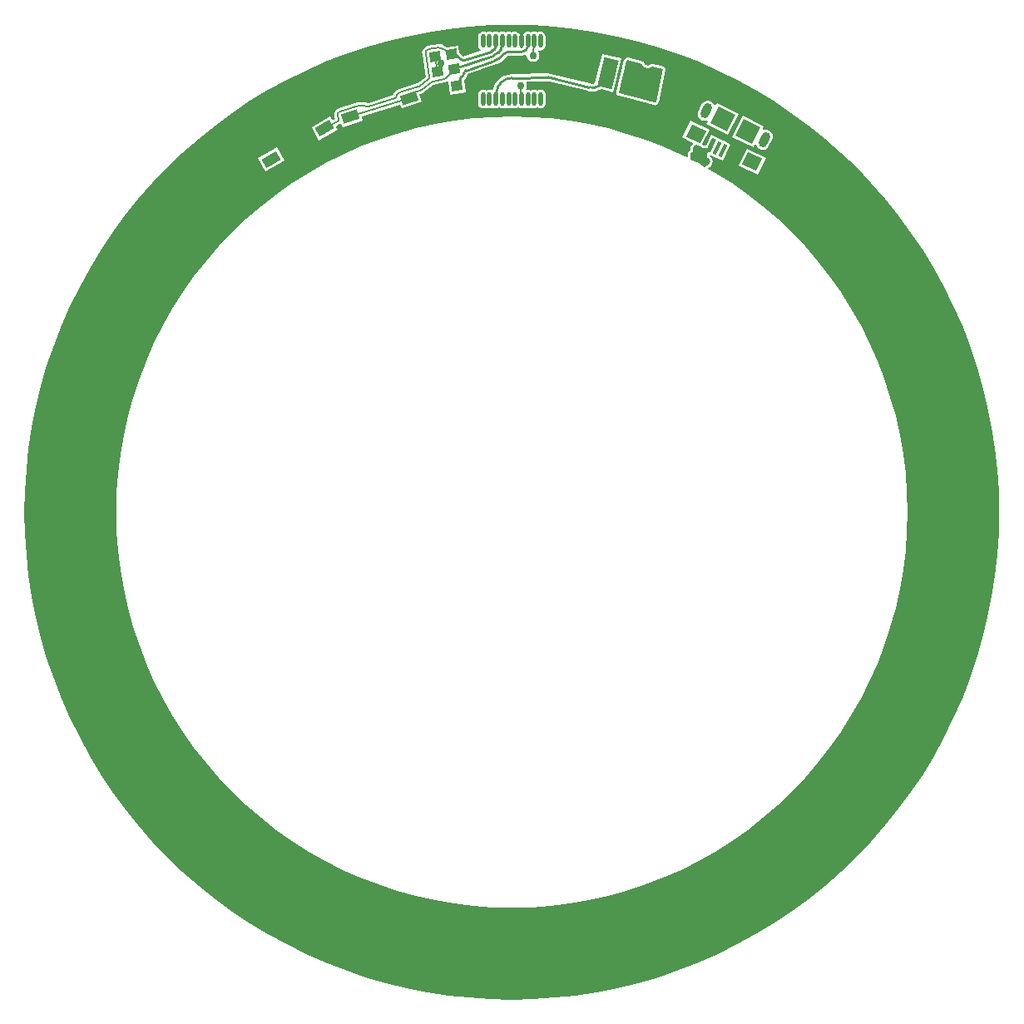
<source format=gbl>
G04*
G04 #@! TF.GenerationSoftware,Altium Limited,Altium Designer,20.1.12 (249)*
G04*
G04 Layer_Physical_Order=2*
G04 Layer_Color=16711680*
%FSLAX25Y25*%
%MOIN*%
G70*
G04*
G04 #@! TF.SameCoordinates,7C2EAEED-1B34-4CDB-9279-0DCC4619808E*
G04*
G04*
G04 #@! TF.FilePolarity,Positive*
G04*
G01*
G75*
%ADD10C,0.01000*%
G04:AMPARAMS|DCode=34|XSize=43.31mil|YSize=39.37mil|CornerRadius=0mil|HoleSize=0mil|Usage=FLASHONLY|Rotation=8.800|XOffset=0mil|YOffset=0mil|HoleType=Round|Shape=Rectangle|*
%AMROTATEDRECTD34*
4,1,4,-0.01839,-0.02277,-0.02441,0.01614,0.01839,0.02277,0.02441,-0.01614,-0.01839,-0.02277,0.0*
%
%ADD34ROTATEDRECTD34*%

%ADD178C,0.00700*%
G04:AMPARAMS|DCode=179|XSize=35.43mil|YSize=62.99mil|CornerRadius=0mil|HoleSize=0mil|Usage=FLASHONLY|Rotation=153.660|XOffset=0mil|YOffset=0mil|HoleType=Round|Shape=Round|*
%AMOVALD179*
21,1,0.02756,0.03543,0.00000,0.00000,243.7*
1,1,0.03543,0.00611,0.01235*
1,1,0.03543,-0.00611,-0.01235*
%
%ADD179OVALD179*%

%ADD180C,0.02953*%
G04:AMPARAMS|DCode=181|XSize=66.93mil|YSize=39.37mil|CornerRadius=0mil|HoleSize=0mil|Usage=FLASHONLY|Rotation=30.000|XOffset=0mil|YOffset=0mil|HoleType=Round|Shape=Rectangle|*
%AMROTATEDRECTD181*
4,1,4,-0.01914,-0.03378,-0.03882,0.00032,0.01914,0.03378,0.03882,-0.00032,-0.01914,-0.03378,0.0*
%
%ADD181ROTATEDRECTD181*%

G04:AMPARAMS|DCode=182|XSize=66.93mil|YSize=39.37mil|CornerRadius=0mil|HoleSize=0mil|Usage=FLASHONLY|Rotation=17.580|XOffset=0mil|YOffset=0mil|HoleType=Round|Shape=Rectangle|*
%AMROTATEDRECTD182*
4,1,4,-0.02596,-0.02887,-0.03785,0.00866,0.02596,0.02887,0.03785,-0.00866,-0.02596,-0.02887,0.0*
%
%ADD182ROTATEDRECTD182*%

%ADD183P,0.10579X4X198.7*%
G04:AMPARAMS|DCode=184|XSize=62.99mil|YSize=55.12mil|CornerRadius=0mil|HoleSize=0mil|Usage=FLASHONLY|Rotation=153.660|XOffset=0mil|YOffset=0mil|HoleType=Round|Shape=Rectangle|*
%AMROTATEDRECTD184*
4,1,4,0.04045,0.01072,0.01600,-0.03867,-0.04045,-0.01072,-0.01600,0.03867,0.04045,0.01072,0.0*
%
%ADD184ROTATEDRECTD184*%

G04:AMPARAMS|DCode=185|XSize=15.75mil|YSize=53.15mil|CornerRadius=0mil|HoleSize=0mil|Usage=FLASHONLY|Rotation=153.660|XOffset=0mil|YOffset=0mil|HoleType=Round|Shape=Rectangle|*
%AMROTATEDRECTD185*
4,1,4,0.01885,0.02032,-0.00474,-0.02731,-0.01885,-0.02032,0.00474,0.02731,0.01885,0.02032,0.0*
%
%ADD185ROTATEDRECTD185*%

G04:AMPARAMS|DCode=186|XSize=59.06mil|YSize=118.11mil|CornerRadius=0mil|HoleSize=0mil|Usage=FLASHONLY|Rotation=166.000|XOffset=0mil|YOffset=0mil|HoleType=Round|Shape=Rectangle|*
%AMROTATEDRECTD186*
4,1,4,0.04294,0.05016,0.01436,-0.06444,-0.04294,-0.05016,-0.01436,0.06444,0.04294,0.05016,0.0*
%
%ADD186ROTATEDRECTD186*%

%ADD187O,0.01772X0.05512*%
G36*
X8521Y195161D02*
X17026Y194604D01*
X25498Y193676D01*
X33922Y192379D01*
X42281Y190716D01*
X50560Y188691D01*
X58742Y186306D01*
X66813Y183566D01*
X74756Y180477D01*
X82557Y177044D01*
X90201Y173275D01*
X97673Y169175D01*
X104960Y164754D01*
X112046Y160019D01*
X118920Y154979D01*
X125567Y149644D01*
X131974Y144025D01*
X138131Y138131D01*
X144025Y131974D01*
X149644Y125567D01*
X154979Y118920D01*
X160019Y112046D01*
X164754Y104960D01*
X169175Y97673D01*
X173275Y90201D01*
X177044Y82557D01*
X180477Y74756D01*
X183566Y66813D01*
X186306Y58742D01*
X188691Y50560D01*
X190716Y42281D01*
X192379Y33922D01*
X193676Y25498D01*
X194604Y17026D01*
X195161Y8521D01*
X195347Y0D01*
X195161Y-8521D01*
X194604Y-17026D01*
X193676Y-25498D01*
X192379Y-33922D01*
X190716Y-42281D01*
X188691Y-50560D01*
X186306Y-58742D01*
X183566Y-66813D01*
X180477Y-74756D01*
X177044Y-82557D01*
X173275Y-90201D01*
X169175Y-97673D01*
X164754Y-104960D01*
X160019Y-112046D01*
X154979Y-118920D01*
X149644Y-125567D01*
X144025Y-131974D01*
X138131Y-138131D01*
X131974Y-144025D01*
X125567Y-149644D01*
X118920Y-154979D01*
X112046Y-160019D01*
X104960Y-164754D01*
X97673Y-169175D01*
X90201Y-173275D01*
X82557Y-177044D01*
X74756Y-180477D01*
X66813Y-183566D01*
X58742Y-186306D01*
X50560Y-188691D01*
X42281Y-190716D01*
X33922Y-192379D01*
X25498Y-193676D01*
X17026Y-194604D01*
X8521Y-195161D01*
X0Y-195347D01*
X-8521Y-195161D01*
X-17026Y-194604D01*
X-25498Y-193676D01*
X-33922Y-192379D01*
X-42281Y-190716D01*
X-50560Y-188691D01*
X-58742Y-186306D01*
X-66813Y-183566D01*
X-74756Y-180477D01*
X-82557Y-177044D01*
X-90201Y-173275D01*
X-97673Y-169175D01*
X-104960Y-164754D01*
X-112046Y-160019D01*
X-118920Y-154979D01*
X-125567Y-149644D01*
X-131974Y-144025D01*
X-138131Y-138131D01*
X-144025Y-131974D01*
X-149644Y-125567D01*
X-154979Y-118920D01*
X-160019Y-112046D01*
X-164754Y-104960D01*
X-169175Y-97673D01*
X-173275Y-90201D01*
X-177044Y-82557D01*
X-180477Y-74756D01*
X-183566Y-66813D01*
X-186306Y-58742D01*
X-188691Y-50560D01*
X-190716Y-42281D01*
X-192379Y-33922D01*
X-193676Y-25498D01*
X-194604Y-17026D01*
X-195161Y-8521D01*
X-195347Y0D01*
X-195161Y8521D01*
X-194604Y17026D01*
X-193676Y25498D01*
X-192379Y33922D01*
X-190716Y42281D01*
X-188691Y50560D01*
X-186306Y58742D01*
X-183566Y66813D01*
X-180477Y74756D01*
X-177044Y82557D01*
X-173275Y90201D01*
X-169175Y97673D01*
X-164754Y104960D01*
X-160019Y112046D01*
X-154979Y118920D01*
X-149644Y125567D01*
X-144025Y131974D01*
X-138131Y138131D01*
X-131974Y144025D01*
X-125567Y149644D01*
X-118920Y154979D01*
X-112046Y160019D01*
X-104960Y164754D01*
X-97673Y169175D01*
X-90201Y173275D01*
X-82557Y177044D01*
X-74756Y180477D01*
X-66813Y183566D01*
X-58742Y186306D01*
X-50560Y188691D01*
X-42281Y190716D01*
X-33922Y192379D01*
X-25498Y193676D01*
X-17026Y194604D01*
X-8521Y195161D01*
X0Y195347D01*
X8521Y195161D01*
D02*
G37*
%LPC*%
G36*
X11516Y192572D02*
X10780Y192426D01*
X10236Y192063D01*
X9692Y192426D01*
X8957Y192572D01*
X8221Y192426D01*
X7677Y192063D01*
X7134Y192426D01*
X6398Y192572D01*
X5662Y192426D01*
X5038Y192009D01*
X4621Y191385D01*
X4475Y190650D01*
Y186909D01*
X4559Y186485D01*
X4201Y186056D01*
X3923Y186000D01*
X3825Y186020D01*
X3596Y186028D01*
X3553Y186037D01*
X3524Y186031D01*
X3211Y186400D01*
X3123Y186513D01*
X3202Y186909D01*
Y190650D01*
X3056Y191385D01*
X2639Y192009D01*
X2015Y192426D01*
X1280Y192572D01*
X544Y192426D01*
X0Y192063D01*
X-544Y192426D01*
X-1280Y192572D01*
X-2015Y192426D01*
X-2559Y192063D01*
X-3103Y192426D01*
X-3839Y192572D01*
X-4574Y192426D01*
X-5118Y192063D01*
X-5662Y192426D01*
X-6398Y192572D01*
X-7134Y192426D01*
X-7677Y192063D01*
X-8221Y192426D01*
X-8957Y192572D01*
X-9692Y192426D01*
X-10236Y192063D01*
X-10780Y192426D01*
X-11516Y192572D01*
X-12252Y192426D01*
X-12875Y192009D01*
X-13292Y191385D01*
X-13439Y190650D01*
Y186909D01*
X-13292Y186174D01*
X-12875Y185550D01*
X-12577Y185350D01*
X-12652Y184800D01*
X-19333Y182615D01*
X-19384Y182636D01*
X-19414Y182624D01*
X-19514Y182666D01*
X-19524Y182678D01*
X-21070Y184029D01*
X-21519Y186930D01*
X-26078Y186224D01*
X-26679Y186579D01*
X-27081Y186826D01*
X-27279Y186908D01*
X-27341Y186945D01*
X-27607Y187123D01*
X-28264Y187395D01*
X-28968Y187488D01*
X-29231Y187453D01*
X-29381Y187460D01*
X-33665Y186796D01*
X-33776Y186756D01*
X-33953Y186733D01*
X-34610Y186460D01*
X-35174Y186028D01*
X-35607Y185464D01*
X-35879Y184807D01*
X-35971Y184102D01*
X-35936Y183834D01*
X-35943Y183685D01*
X-34495Y174337D01*
X-37657Y172026D01*
X-38036Y171792D01*
X-38074Y171776D01*
Y171776D01*
X-38076Y171769D01*
X-45645Y169371D01*
X-45775Y169299D01*
X-46183Y169130D01*
X-46747Y168698D01*
X-47180Y168134D01*
X-47452Y167477D01*
X-47503Y167084D01*
X-57494Y163919D01*
X-57560Y163946D01*
X-57660Y163905D01*
X-58503Y164161D01*
X-60234Y164331D01*
X-61965Y164161D01*
X-62769Y163917D01*
X-62909Y163901D01*
X-69289Y161880D01*
X-69420Y161808D01*
X-69828Y161639D01*
X-70391Y161206D01*
X-70824Y160642D01*
X-71096Y159985D01*
X-71189Y159281D01*
X-71096Y158576D01*
X-71071Y158515D01*
X-71065Y158456D01*
X-70788Y157582D01*
X-71886Y156987D01*
X-72740Y158467D01*
X-80268Y154120D01*
X-77300Y148979D01*
X-69771Y153325D01*
X-70329Y154291D01*
X-70193Y154773D01*
X-68986Y155427D01*
X-68857Y155534D01*
X-68853Y155537D01*
X-68263Y155330D01*
X-67928Y154272D01*
X-59641Y156898D01*
X-60122Y158415D01*
X-44764Y163281D01*
X-44283Y161764D01*
X-35996Y164389D01*
X-36966Y167450D01*
X-36504Y167596D01*
X-36403Y167652D01*
X-35756Y167920D01*
X-35524Y168098D01*
X-35418Y168147D01*
X-31425Y171066D01*
X-31413Y171075D01*
X-31029Y171332D01*
X-31029Y171332D01*
X-30553Y171452D01*
X-30544Y171454D01*
X-26829Y172201D01*
X-26757Y172231D01*
X-26661Y172243D01*
X-26004Y172515D01*
X-25901Y172595D01*
X-25437Y172409D01*
X-24657Y167374D01*
X-18401Y168342D01*
X-19173Y173328D01*
X-18612Y173758D01*
X-18131Y174385D01*
X-17829Y175115D01*
X-17751Y175705D01*
X-6501Y179385D01*
X-6390Y179447D01*
X-5924Y179589D01*
X-4554Y180321D01*
X-3354Y181306D01*
X-3098Y181618D01*
X-2757Y181956D01*
X-2757Y181956D01*
X-2425Y182310D01*
X-2132Y182535D01*
X-1700Y182758D01*
X-1700Y182758D01*
Y182758D01*
X-1239Y182880D01*
X-1073Y182913D01*
X-1038Y182906D01*
X-1033D01*
X-1024Y182908D01*
X-1015Y182906D01*
X3060Y182953D01*
X3456Y182957D01*
X3492Y182918D01*
X3553Y182893D01*
X3560Y182896D01*
X3923Y182934D01*
X3923D01*
X3983Y182942D01*
X4958Y183070D01*
X5526Y183305D01*
X5943Y183022D01*
X5984Y182954D01*
X6167Y182034D01*
X6715Y181215D01*
X7534Y180667D01*
X8500Y180475D01*
X9466Y180667D01*
X10285Y181215D01*
X10833Y182034D01*
X11025Y183000D01*
X10833Y183966D01*
X10385Y184637D01*
X10402Y184784D01*
X10502Y184876D01*
X10934Y185102D01*
X11516Y184987D01*
X12252Y185133D01*
X12875Y185550D01*
X13292Y186174D01*
X13439Y186909D01*
Y190650D01*
X13292Y191385D01*
X12875Y192009D01*
X12252Y192426D01*
X11516Y192572D01*
D02*
G37*
G36*
X46240Y182158D02*
X46238Y182158D01*
X46236Y182158D01*
X46049Y182092D01*
X45864Y182027D01*
X45863Y182026D01*
X45861Y182025D01*
X45431Y181769D01*
X45429Y181768D01*
X45427Y181767D01*
X45281Y181634D01*
X45135Y181503D01*
X45134Y181501D01*
X45133Y181499D01*
X45049Y181322D01*
X44964Y181144D01*
X44964Y181142D01*
X44963Y181140D01*
X41796Y168436D01*
X41795Y168422D01*
X41789Y168410D01*
X41785Y168224D01*
X41776Y168038D01*
X41781Y168026D01*
X41781Y168012D01*
X41848Y167839D01*
X41911Y167664D01*
X41920Y167654D01*
X41925Y167641D01*
X42194Y167219D01*
X42203Y167210D01*
X42208Y167197D01*
X42340Y167066D01*
X42469Y166932D01*
X42481Y166927D01*
X42491Y166917D01*
X42663Y166847D01*
X42833Y166772D01*
X42846Y166772D01*
X42859Y166767D01*
X46762Y166007D01*
X57016Y163078D01*
X57034Y163076D01*
X57050Y163069D01*
X57231Y163060D01*
X57412Y163045D01*
X57429Y163051D01*
X57448Y163050D01*
X57618Y163112D01*
X57791Y163167D01*
X57805Y163179D01*
X57822Y163185D01*
X58250Y163443D01*
X58264Y163456D01*
X58281Y163462D01*
X58410Y163589D01*
X58544Y163711D01*
X58552Y163728D01*
X58565Y163741D01*
X58636Y163907D01*
X58714Y164071D01*
X58714Y164090D01*
X58722Y164106D01*
X61498Y177290D01*
X61500Y177466D01*
X61510Y177642D01*
X61502Y177664D01*
X61502Y177688D01*
X61437Y177851D01*
X61378Y178018D01*
X61363Y178035D01*
X61354Y178057D01*
X61231Y178183D01*
X61114Y178314D01*
X61092Y178325D01*
X61076Y178341D01*
X60914Y178411D01*
X60755Y178487D01*
X58271Y179129D01*
X57966Y179333D01*
X57000Y179525D01*
X56853Y179496D01*
X56405Y179611D01*
X56376Y179613D01*
X56349Y179624D01*
X56178D01*
X56008Y179634D01*
X55980Y179624D01*
X55951D01*
X55793Y179559D01*
X55632Y179503D01*
X55611Y179483D01*
X55584Y179472D01*
X55068Y179128D01*
X54500Y179015D01*
X54129Y179088D01*
X53709Y179325D01*
D01*
X53344Y179608D01*
X53087Y179993D01*
X53077Y180017D01*
X53021Y180178D01*
X53001Y180199D01*
X52990Y180226D01*
X52869Y180347D01*
X52756Y180474D01*
X52729Y180487D01*
X52709Y180508D01*
X52551Y180573D01*
X52397Y180647D01*
X46637Y182136D01*
X46635Y182136D01*
X46633Y182137D01*
X46436Y182147D01*
X46240Y182158D01*
D02*
G37*
G36*
X36335Y183657D02*
X33362Y171731D01*
X33357Y171729D01*
X32322Y171592D01*
X31350Y171720D01*
X31322Y171733D01*
X15437Y175694D01*
X15259Y175703D01*
X14821Y175790D01*
X14775Y175781D01*
X14775Y175773D01*
X14772Y175770D01*
X-146Y175478D01*
X-190Y175468D01*
X-1505Y175339D01*
X-2952Y174900D01*
X-4287Y174186D01*
X-5456Y173227D01*
X-6416Y172057D01*
X-7129Y170723D01*
X-7546Y169348D01*
X-7763Y169212D01*
X-8087Y169108D01*
X-8221Y169198D01*
X-8957Y169344D01*
X-9692Y169198D01*
X-10236Y168834D01*
X-10780Y169198D01*
X-11516Y169344D01*
X-12252Y169198D01*
X-12875Y168781D01*
X-13292Y168157D01*
X-13439Y167421D01*
Y163681D01*
X-13292Y162945D01*
X-12875Y162321D01*
X-12252Y161905D01*
X-11516Y161758D01*
X-10780Y161905D01*
X-10236Y162268D01*
X-9692Y161905D01*
X-8957Y161758D01*
X-8221Y161905D01*
X-7677Y162268D01*
X-7134Y161905D01*
X-6398Y161758D01*
X-5662Y161905D01*
X-5118Y162268D01*
X-4574Y161905D01*
X-3839Y161758D01*
X-3103Y161905D01*
X-2559Y162268D01*
X-2015Y161905D01*
X-1280Y161758D01*
X-544Y161905D01*
X0Y162268D01*
X544Y161905D01*
X1280Y161758D01*
X2015Y161905D01*
X2559Y162268D01*
X3103Y161905D01*
X3839Y161758D01*
X4574Y161905D01*
X5118Y162268D01*
X5662Y161905D01*
X6398Y161758D01*
X7134Y161905D01*
X7677Y162268D01*
X8221Y161905D01*
X8957Y161758D01*
X9692Y161905D01*
X10236Y162268D01*
X10780Y161905D01*
X11516Y161758D01*
X12252Y161905D01*
X12875Y162321D01*
X13292Y162945D01*
X13439Y163681D01*
Y167421D01*
X13292Y168157D01*
X12875Y168781D01*
X12252Y169198D01*
X11516Y169344D01*
X10780Y169198D01*
X10236Y168834D01*
X9692Y169198D01*
X8957Y169344D01*
X8221Y169198D01*
X7677Y168834D01*
X7134Y169198D01*
X6398Y169344D01*
X5908Y169247D01*
X5607Y169697D01*
X5833Y170034D01*
X6025Y171000D01*
X5833Y171966D01*
X5747Y172095D01*
X5978Y172538D01*
X14680Y172709D01*
X14685Y172702D01*
X14685Y172702D01*
X14821Y172646D01*
X14832Y172650D01*
X15299Y172576D01*
X30582Y168766D01*
X30674Y168761D01*
X30948Y168678D01*
X32322Y168543D01*
X33697Y168678D01*
X35019Y169079D01*
X35876Y169537D01*
X40665Y168343D01*
X44006Y181744D01*
X36335Y183657D01*
D02*
G37*
G36*
X78290Y164789D02*
X77574Y164648D01*
X76919Y164326D01*
X76369Y163846D01*
X75963Y163240D01*
X74740Y160770D01*
X74504Y160079D01*
X74455Y159351D01*
X74597Y158635D01*
X74919Y157980D01*
X75399Y157431D01*
X76005Y157024D01*
X76696Y156789D01*
X77424Y156740D01*
X78140Y156881D01*
X78238Y156929D01*
X78611Y156555D01*
X78033Y155388D01*
X86529Y151182D01*
X90735Y159678D01*
X82239Y163884D01*
X81661Y162717D01*
X81138Y162787D01*
X81117Y162894D01*
X80795Y163549D01*
X80315Y164098D01*
X79708Y164505D01*
X79018Y164741D01*
X78290Y164789D01*
D02*
G37*
G36*
X92471Y158818D02*
X88265Y150322D01*
X96761Y146116D01*
X97339Y147283D01*
X97862Y147213D01*
X97883Y147106D01*
X98205Y146451D01*
X98685Y145902D01*
X99291Y145495D01*
X99982Y145259D01*
X100710Y145211D01*
X101426Y145352D01*
X102081Y145674D01*
X102631Y146154D01*
X103037Y146760D01*
X104260Y149230D01*
X104496Y149921D01*
X104544Y150649D01*
X104403Y151365D01*
X104081Y152020D01*
X103601Y152569D01*
X102995Y152976D01*
X102304Y153211D01*
X101576Y153260D01*
X100860Y153119D01*
X100762Y153071D01*
X100389Y153445D01*
X100967Y154612D01*
X92471Y158818D01*
D02*
G37*
G36*
X0Y158528D02*
X-7779Y158337D01*
X-15539Y157765D01*
X-23261Y156812D01*
X-30927Y155482D01*
X-38519Y153777D01*
X-46018Y151702D01*
X-53407Y149261D01*
X-60666Y146461D01*
X-67779Y143308D01*
X-74730Y139809D01*
X-81500Y135974D01*
X-88073Y131811D01*
X-94435Y127331D01*
X-100569Y122544D01*
X-106461Y117462D01*
X-112096Y112096D01*
X-117462Y106461D01*
X-122544Y100569D01*
X-127331Y94435D01*
X-131811Y88073D01*
X-135974Y81500D01*
X-139809Y74730D01*
X-143308Y67779D01*
X-146461Y60666D01*
X-149261Y53407D01*
X-151702Y46018D01*
X-153777Y38519D01*
X-155482Y30927D01*
X-156812Y23261D01*
X-157765Y15539D01*
X-158337Y7779D01*
X-158528Y0D01*
X-158337Y-7779D01*
X-157765Y-15539D01*
X-156812Y-23261D01*
X-155482Y-30927D01*
X-153777Y-38519D01*
X-151702Y-46018D01*
X-149261Y-53407D01*
X-146461Y-60666D01*
X-143308Y-67779D01*
X-139809Y-74730D01*
X-135974Y-81500D01*
X-131811Y-88073D01*
X-127331Y-94435D01*
X-122544Y-100569D01*
X-117462Y-106461D01*
X-112096Y-112096D01*
X-106461Y-117462D01*
X-100569Y-122544D01*
X-94435Y-127331D01*
X-88073Y-131811D01*
X-81500Y-135974D01*
X-74730Y-139809D01*
X-67779Y-143308D01*
X-60666Y-146461D01*
X-53407Y-149261D01*
X-46018Y-151702D01*
X-38519Y-153777D01*
X-30927Y-155482D01*
X-23261Y-156812D01*
X-15539Y-157765D01*
X-7779Y-158337D01*
X0Y-158528D01*
X7779Y-158337D01*
X15539Y-157765D01*
X23261Y-156812D01*
X30927Y-155482D01*
X38519Y-153777D01*
X46018Y-151702D01*
X53407Y-149261D01*
X60666Y-146461D01*
X67779Y-143308D01*
X74730Y-139809D01*
X81500Y-135974D01*
X88073Y-131811D01*
X94435Y-127331D01*
X100569Y-122544D01*
X106461Y-117462D01*
X112096Y-112096D01*
X117462Y-106461D01*
X122544Y-100569D01*
X127331Y-94435D01*
X131811Y-88073D01*
X135974Y-81500D01*
X139809Y-74730D01*
X143308Y-67779D01*
X146461Y-60666D01*
X149261Y-53407D01*
X151702Y-46018D01*
X153777Y-38519D01*
X155482Y-30927D01*
X156812Y-23261D01*
X157765Y-15539D01*
X158337Y-7779D01*
X158528Y0D01*
X158337Y7779D01*
X157765Y15539D01*
X156812Y23261D01*
X155482Y30927D01*
X153777Y38519D01*
X151702Y46018D01*
X149261Y53407D01*
X146461Y60666D01*
X143308Y67779D01*
X139809Y74730D01*
X135974Y81500D01*
X131811Y88073D01*
X127331Y94435D01*
X122544Y100569D01*
X117462Y106461D01*
X112096Y112096D01*
X106461Y117462D01*
X100569Y122544D01*
X94435Y127331D01*
X88073Y131811D01*
X81500Y135974D01*
X78642Y137593D01*
X78727Y138120D01*
X78966Y138167D01*
X79785Y138715D01*
X80333Y139534D01*
X80525Y140500D01*
X80333Y141466D01*
X79785Y142285D01*
X79198Y142678D01*
X79096Y143257D01*
X79107Y143294D01*
X79197Y143384D01*
X79268Y143354D01*
X81253Y142372D01*
Y142372D01*
X84457Y140785D01*
X87703Y147341D01*
X85409Y148476D01*
Y148476D01*
X83116Y149612D01*
Y149612D01*
X79912Y151198D01*
X77794Y146920D01*
X77466Y146833D01*
X76666Y146992D01*
X76341Y147464D01*
X79140Y153118D01*
X71703Y156800D01*
X68370Y150068D01*
X72523Y148012D01*
X72555Y147513D01*
X72215Y147285D01*
X71667Y146466D01*
X71475Y145500D01*
X71570Y145023D01*
X71215Y144785D01*
X70667Y143966D01*
X70475Y143000D01*
X70583Y142456D01*
X70140Y142119D01*
X67779Y143308D01*
X60666Y146461D01*
X53407Y149261D01*
X46018Y151702D01*
X38519Y153777D01*
X30927Y155482D01*
X23261Y156812D01*
X15539Y157765D01*
X7779Y158337D01*
X0Y158528D01*
D02*
G37*
G36*
X-94220Y146065D02*
X-101748Y141719D01*
X-98780Y136577D01*
X-91251Y140924D01*
X-94220Y146065D01*
D02*
G37*
G36*
X94284Y145620D02*
X90951Y138888D01*
X98388Y135206D01*
X101721Y141938D01*
X94284Y145620D01*
D02*
G37*
%LPD*%
G36*
X52142Y179660D02*
X52167Y179534D01*
X52715Y178715D01*
X53534Y178167D01*
X54500Y177975D01*
X55466Y178167D01*
X56150Y178624D01*
X60500Y177500D01*
X57724Y164316D01*
X57296Y164058D01*
X47000Y167000D01*
X43053Y167767D01*
X42785Y168189D01*
X45952Y180893D01*
X46382Y181149D01*
X52142Y179660D01*
D02*
G37*
G36*
X81753Y149149D02*
X79385Y144366D01*
X79196Y144403D01*
X79195Y144403D01*
X79195Y144403D01*
X79002Y144365D01*
X78806Y144325D01*
X78805Y144325D01*
X78805Y144325D01*
X78639Y144214D01*
X78475Y144104D01*
X78474Y144104D01*
X78474Y144104D01*
X78474Y144103D01*
X78385Y144015D01*
X78358Y143974D01*
X78320Y143942D01*
X78271Y143852D01*
X78260Y143841D01*
X78241Y143798D01*
X78165Y143684D01*
X78155Y143635D01*
X78132Y143592D01*
X78120Y143554D01*
X78116Y143514D01*
X78100Y143476D01*
X78097Y143342D01*
X78088Y143293D01*
X78092Y143271D01*
X78081Y143158D01*
X78092Y143119D01*
X78092Y143079D01*
X78194Y142500D01*
X78198Y142490D01*
Y142479D01*
X78270Y142305D01*
X78339Y142129D01*
X78346Y142121D01*
X78350Y142111D01*
X78484Y141978D01*
X78614Y141842D01*
X78624Y141838D01*
X78632Y141830D01*
X79050Y141550D01*
X79372Y141068D01*
X79485Y140500D01*
X79372Y139932D01*
X79050Y139450D01*
X78568Y139128D01*
X78528Y139120D01*
X78510Y139112D01*
X78491Y139112D01*
X78327Y139037D01*
X78160Y138967D01*
X78147Y138954D01*
X78129Y138946D01*
X78007Y138814D01*
X77879Y138686D01*
X77872Y138669D01*
X77859Y138654D01*
X77845Y138619D01*
X77501Y138423D01*
X77281Y138376D01*
X77252Y138380D01*
X74730Y139809D01*
X71626Y141371D01*
X71580Y141430D01*
X71479Y141741D01*
X71464Y141943D01*
X71519Y142102D01*
X71583Y142257D01*
Y142289D01*
X71594Y142319D01*
X71583Y142487D01*
Y142655D01*
X71515Y143000D01*
X71628Y143568D01*
X71950Y144050D01*
X72136Y144175D01*
X72418Y144456D01*
X72518Y144698D01*
X72570Y144824D01*
Y145222D01*
X72515Y145500D01*
X72628Y146068D01*
X72950Y146550D01*
X73122Y146665D01*
X73216Y146759D01*
X73321Y146840D01*
X73355Y146899D01*
X73403Y146947D01*
X73428Y147006D01*
X73621Y147205D01*
X73940Y147269D01*
X73972Y147270D01*
X74034Y147264D01*
X75807Y146386D01*
D01*
X76099Y146144D01*
X76103Y146142D01*
X76109Y146137D01*
X76288Y146066D01*
X76467Y145992D01*
X77267Y145833D01*
X77301D01*
X77332Y145822D01*
X77499Y145833D01*
X77665D01*
X77696Y145845D01*
X77729Y145848D01*
X78057Y145935D01*
X78087Y145950D01*
X78120Y145954D01*
X78265Y146037D01*
X78414Y146111D01*
X78436Y146136D01*
X78465Y146153D01*
X78567Y146285D01*
X78677Y146410D01*
X78688Y146441D01*
X78708Y146468D01*
X80373Y149832D01*
X81753Y149149D01*
D02*
G37*
D10*
X37788Y174471D02*
G03*
X37800Y174496I-896J445D01*
G01*
X30952Y170250D02*
G03*
X37637Y174125I1370J5340D01*
G01*
X-116Y173949D02*
G03*
X-6156Y168310I117J-6179D01*
G01*
X37706Y174304D02*
G03*
X37637Y174125I896J-445D01*
G01*
X15067Y174210D02*
G03*
X14803Y174241I-246J-969D01*
G01*
X6314Y187926D02*
G03*
X6398Y188770I-4322J854D01*
G01*
X3660Y184482D02*
G03*
X3542Y184488I-107J-994D01*
G01*
X-1038Y184435D02*
G03*
X-2306Y184185I2J-3339D01*
G01*
X-2306Y184184D02*
G03*
X-3968Y182924I1664J-3920D01*
G01*
X-6976Y180838D02*
G03*
X-3973Y182916I-1980J6071D01*
G01*
X-18571Y177046D02*
G03*
X-19257Y176017I311J-950D01*
G01*
X-20073Y174561D02*
G03*
X-19257Y176017I-679J1337D01*
G01*
X-20073Y174561D02*
G03*
X-20385Y174312I453J-892D01*
G01*
X-20490Y174187D02*
G03*
X-20655Y173910I766J-643D01*
G01*
X-21983Y170791D02*
G03*
X-21739Y171153I-686J727D01*
G01*
X3660Y184482D02*
G03*
X6322Y187502I263J2451D01*
G01*
X-20530Y181527D02*
G03*
X-19576Y181059I1326J1499D01*
G01*
X-19576Y181059D02*
G03*
X-19073Y181090I192J981D01*
G01*
X-22587Y183324D02*
G03*
X-23316Y183571I-661J-750D01*
G01*
X-6851Y185723D02*
G03*
X-6646Y186183I-782J624D01*
G01*
X-8213Y184642D02*
G03*
X-7091Y185423I-743J2267D01*
G01*
X-6646Y186183D02*
G03*
X-6580Y186700I-6675J1112D01*
G01*
X-7593Y182741D02*
G03*
X-5529Y184173I-1363J4169D01*
G01*
X-22777Y177775D02*
G03*
X-23171Y177534I311J-950D01*
G01*
X-4533Y185421D02*
G03*
X-4021Y186702I-1865J1488D01*
G01*
X14802Y174241D02*
X14803Y174241D01*
X37637Y174125D02*
X37637Y174125D01*
X37706Y174304D02*
X37788Y174471D01*
X15067Y174210D02*
X30952Y170250D01*
X-116Y173949D02*
X14802Y174241D01*
X37800Y174496D02*
X38500Y176000D01*
X-6398Y165551D02*
X-6156Y168303D01*
X-6156Y168310D01*
X-20619Y173895D02*
X-20490Y174187D01*
X-21811Y171184D02*
X-20619Y173895D01*
X-21983Y170791D02*
X-21811Y171184D01*
X-20490Y174187D02*
Y174187D01*
X6398Y188770D02*
X6398Y188779D01*
X3542Y184488D02*
X3542Y184488D01*
X-1038Y184435D02*
X-1033D01*
X-2306Y184185D02*
X-2306Y184184D01*
X-3973Y182916D02*
X-3968Y182924D01*
X-19257Y176017D02*
X-19257Y176017D01*
X-20490Y174187D02*
X-20385Y174312D01*
X-20490Y174187D02*
X-20490Y174187D01*
X-21983Y170791D02*
Y170791D01*
X-21983Y170791D02*
X-21983Y170791D01*
X-18571Y177046D02*
X-6976Y180838D01*
X-1033Y184435D02*
X3542Y184488D01*
X-19073Y181090D02*
Y181090D01*
X-8213Y184642D01*
X-24193Y183512D02*
X-23316Y183571D01*
X-19576Y181059D02*
X-19576Y181059D01*
X-22587Y183324D02*
X-20530Y181527D01*
X-6646Y186183D02*
X-6646Y186183D01*
X-7091Y185423D02*
X-6851Y185723D01*
X-22777Y177775D02*
X-7593Y182741D01*
X-23193Y177512D02*
X-23171Y177534D01*
X-6580Y186700D02*
X-6398Y188779D01*
X-4021Y186702D02*
X-3839Y188779D01*
X-5529Y184173D02*
X-4533Y185421D01*
X86550Y141950D02*
X89500Y139000D01*
X86550Y143500D02*
X86771Y143721D01*
X86550Y141950D02*
Y143500D01*
X89500Y139000D02*
Y139000D01*
D34*
X-24193Y183512D02*
D03*
X-30807Y182488D02*
D03*
X-23193Y177512D02*
D03*
X-29807Y176488D02*
D03*
X-21983Y170791D02*
D03*
X-28598Y169767D02*
D03*
D178*
X-33158Y173750D02*
G03*
X-33120Y173852I-12460J4783D01*
G01*
X-33400Y173434D02*
G03*
X-33158Y173750I-413J565D01*
G01*
X-33120Y173852D02*
G03*
X-33082Y174207I-654J248D01*
G01*
X-37433Y170529D02*
G03*
X-37232Y170631I-213J667D01*
G01*
X-31304Y172705D02*
G03*
X-31838Y172469I265J-1324D01*
G01*
X-36920Y168908D02*
G03*
X-36230Y169258I-727J2287D01*
G01*
X-39946Y167009D02*
G03*
X-39774Y167477I-528J459D01*
G01*
X-39283Y168159D02*
G03*
X-39774Y167479I209J-668D01*
G01*
X-27100Y173550D02*
G03*
X-26359Y173975I-266J1323D01*
G01*
X-33455Y185436D02*
G03*
X-34582Y183896I206J-1334D01*
G01*
X-28057Y185760D02*
G03*
X-29170Y186100I-912J-996D01*
G01*
X-45229Y168059D02*
G03*
X-46165Y166644I408J-1287D01*
G01*
X-46650Y165911D02*
G03*
X-46165Y166644I-211J667D01*
G01*
X-57788Y162527D02*
G03*
X-57348Y162521I229J662D01*
G01*
X-57788Y162527D02*
G03*
X-62493Y162589I-2446J-7068D01*
G01*
X-68874Y160567D02*
G03*
X-69753Y158872I408J-1287D01*
G01*
X-69642Y156637D02*
G03*
X-69308Y157469I-332J616D01*
G01*
X-28057Y185760D02*
G03*
X-27874Y185639I473J516D01*
G01*
X-27498Y185464D02*
G03*
X-27566Y185499I-356J-603D01*
G01*
X-41036Y165906D02*
G03*
X-40721Y166114I-213J667D01*
G01*
X8500Y183000D02*
X8957Y188779D01*
X3664Y171005D02*
X3839Y165551D01*
X-30807Y182488D02*
X-29807Y176488D01*
X-37442Y170526D02*
X-37433Y170529D01*
X-37232Y170631D02*
X-33400Y173434D01*
X-45229Y168059D02*
X-37442Y170526D01*
X-34582Y183896D02*
X-33083Y174207D01*
X-26359Y173975D02*
X-23193Y177512D01*
X-40721Y166114D02*
X-39946Y167009D01*
X-39283Y168159D02*
X-36920Y168908D01*
X-39774Y167479D02*
X-39774Y167479D01*
X-36230Y169258D02*
X-31838Y172469D01*
X-33455Y185436D02*
X-29170Y186100D01*
X-57348Y162521D02*
X-46650Y165911D01*
X-57788Y162527D02*
X-57788Y162527D01*
X-75020Y153723D02*
X-69642Y156637D01*
X-69753Y158872D02*
X-69308Y157469D01*
X-68874Y160567D02*
X-62493Y162589D01*
X-27498Y185464D02*
X-24193Y183512D01*
X-28057Y185760D02*
X-28057Y185760D01*
X-27874Y185639D02*
X-27566Y185499D01*
X-64681Y158415D02*
X-41036Y165906D01*
X-39774Y167479D02*
X-39774Y167477D01*
X-31304Y172705D02*
X-27100Y173550D01*
D179*
X77857Y160765D02*
D03*
X101143Y149235D02*
D03*
D180*
X8500Y183000D02*
D03*
X3500Y171000D02*
D03*
X-3500Y160000D02*
D03*
X-28500Y180000D02*
D03*
X57000Y177000D02*
D03*
X54500Y174500D02*
D03*
X58000Y173500D02*
D03*
X57000Y170000D02*
D03*
X53500Y170500D02*
D03*
X52500Y167000D02*
D03*
X56000Y166000D02*
D03*
X75503Y141837D02*
D03*
X76500Y144500D02*
D03*
X74000Y145500D02*
D03*
X78000Y140500D02*
D03*
X73000Y143000D02*
D03*
X65000Y151500D02*
D03*
X80500Y172000D02*
D03*
X-31500Y162500D02*
D03*
X-55500Y155000D02*
D03*
X-79000Y145000D02*
D03*
X-100500Y131500D02*
D03*
X-118500Y115000D02*
D03*
X-135000Y95500D02*
D03*
X-147000Y73500D02*
D03*
X-156500Y49500D02*
D03*
X-163500Y24000D02*
D03*
X-164500Y-1500D02*
D03*
X-162500Y-24500D02*
D03*
X-156500Y-49500D02*
D03*
X-147000Y-72000D02*
D03*
X-135000Y-94500D02*
D03*
X-119500Y-113000D02*
D03*
X-100000Y-131000D02*
D03*
X-80000Y-144500D02*
D03*
X-55500Y-155500D02*
D03*
X-32000Y-161500D02*
D03*
X-6000Y-164000D02*
D03*
X18500Y-163000D02*
D03*
X44500Y-158000D02*
D03*
X68000Y-150000D02*
D03*
X89500Y-137000D02*
D03*
X110000Y-121500D02*
D03*
X128000Y-102500D02*
D03*
X142000Y-83500D02*
D03*
X152500Y-60500D02*
D03*
X160000Y-36500D02*
D03*
X163500Y-12500D02*
D03*
X163000Y12000D02*
D03*
X160000Y36500D02*
D03*
X152500Y61500D02*
D03*
X142000Y84000D02*
D03*
X127000Y105500D02*
D03*
X109000Y123000D02*
D03*
X89500Y139000D02*
D03*
X43000Y160000D02*
D03*
X18000Y164500D02*
D03*
X-16000Y192000D02*
D03*
X-39000Y180000D02*
D03*
X-61000Y177500D02*
D03*
X-88500Y161500D02*
D03*
X-111000Y151000D02*
D03*
X-133000Y132000D02*
D03*
X-151500Y110500D02*
D03*
X-166500Y86000D02*
D03*
X-178000Y59500D02*
D03*
X-184500Y31500D02*
D03*
X-187500Y3000D02*
D03*
X-185500Y-26000D02*
D03*
X-179500Y-53500D02*
D03*
X-169000Y-80500D02*
D03*
X-155000Y-105500D02*
D03*
X-137000Y-127500D02*
D03*
X-116000Y-147500D02*
D03*
X-92000Y-163000D02*
D03*
X-66000Y-175000D02*
D03*
X-38500Y-183500D02*
D03*
X-10000Y-187500D02*
D03*
X18500Y-186500D02*
D03*
X47188Y-180912D02*
D03*
X74000Y-172000D02*
D03*
X99500Y-158500D02*
D03*
X122500Y-141500D02*
D03*
X143000Y-121500D02*
D03*
X159500Y-98000D02*
D03*
X173000Y-72500D02*
D03*
X181500Y-45500D02*
D03*
X186500Y-17500D02*
D03*
X187000Y11000D02*
D03*
X183500Y39500D02*
D03*
X175000Y67000D02*
D03*
X162500Y93000D02*
D03*
X146500Y117000D02*
D03*
X127000Y137500D02*
D03*
X104500Y155500D02*
D03*
X54500Y180500D02*
D03*
X24500Y185500D02*
D03*
D181*
X-82500Y166679D02*
D03*
X-75020Y153723D02*
D03*
X-96500Y141321D02*
D03*
X-103980Y154277D02*
D03*
D182*
X-45555Y180168D02*
D03*
X-41036Y165906D02*
D03*
X-64681Y158415D02*
D03*
X-69200Y172677D02*
D03*
D183*
X84384Y157533D02*
D03*
X94616Y152467D02*
D03*
D184*
X96336Y140413D02*
D03*
X73755Y151593D02*
D03*
D185*
X79891Y147127D02*
D03*
X89065Y142585D02*
D03*
X82184Y145992D02*
D03*
X86771Y143721D02*
D03*
X84478Y144856D02*
D03*
D186*
X28797Y178419D02*
D03*
X38500Y176000D02*
D03*
X48203Y173581D02*
D03*
D187*
X-11516Y188779D02*
D03*
X-8957D02*
D03*
X-6398D02*
D03*
X-3839D02*
D03*
X-1280D02*
D03*
X1280D02*
D03*
X3839D02*
D03*
X6398D02*
D03*
X8957D02*
D03*
X11516D02*
D03*
X-11516Y165551D02*
D03*
X-8957D02*
D03*
X-6398D02*
D03*
X-3839D02*
D03*
X-1280D02*
D03*
X1280D02*
D03*
X3839D02*
D03*
X6398D02*
D03*
X8957D02*
D03*
X11516D02*
D03*
M02*

</source>
